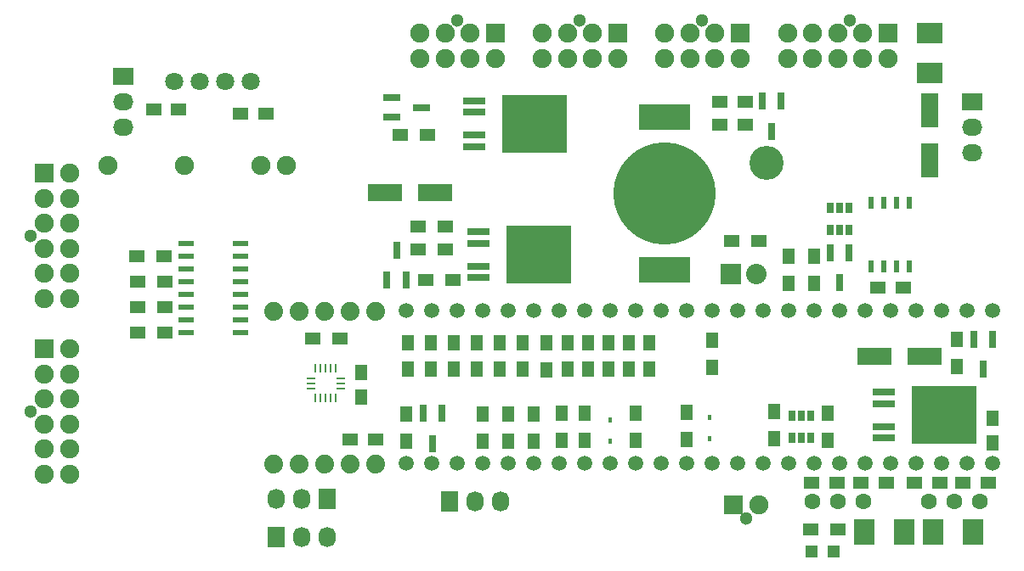
<source format=gbs>
G04 #@! TF.FileFunction,Soldermask,Bot*
%FSLAX46Y46*%
G04 Gerber Fmt 4.6, Leading zero omitted, Abs format (unit mm)*
G04 Created by KiCad (PCBNEW 4.0.6) date 06/03/17 00:39:33*
%MOMM*%
%LPD*%
G01*
G04 APERTURE LIST*
%ADD10C,0.100000*%
%ADD11C,1.800000*%
%ADD12C,3.401060*%
%ADD13O,2.032000X2.032000*%
%ADD14R,2.032000X2.032000*%
%ADD15R,5.080000X2.540000*%
%ADD16C,10.200000*%
%ADD17R,1.800860X3.500120*%
%ADD18C,1.500000*%
%ADD19C,1.600000*%
%ADD20R,1.250000X1.500000*%
%ADD21R,1.500000X1.250000*%
%ADD22R,0.450000X0.590000*%
%ADD23R,2.500000X2.000000*%
%ADD24R,2.000000X2.500000*%
%ADD25O,1.727200X2.032000*%
%ADD26R,1.727200X2.032000*%
%ADD27O,2.032000X1.727200*%
%ADD28R,2.032000X1.727200*%
%ADD29R,1.800860X0.800100*%
%ADD30R,0.800100X1.800860*%
%ADD31R,1.300000X1.500000*%
%ADD32R,1.500000X1.300000*%
%ADD33R,2.200000X0.800000*%
%ADD34R,6.400000X5.800000*%
%ADD35R,0.850000X0.250000*%
%ADD36R,0.250000X0.850000*%
%ADD37C,1.879600*%
%ADD38R,0.650000X1.060000*%
%ADD39R,0.508000X1.143000*%
%ADD40R,1.498600X0.599440*%
%ADD41C,1.900000*%
%ADD42R,3.500120X1.800860*%
%ADD43R,1.900000X1.900000*%
%ADD44C,1.300000*%
%ADD45R,1.200000X1.200000*%
G04 APERTURE END LIST*
D10*
D11*
X55689500Y-81280000D03*
X58229500Y-81280000D03*
X60769500Y-81280000D03*
X63309500Y-81280000D03*
D12*
X114627660Y-89357200D03*
D13*
X113665000Y-100457000D03*
D14*
X111125000Y-100457000D03*
D15*
X104521000Y-100076000D03*
X104521000Y-84836000D03*
D16*
X104521000Y-92456000D03*
D17*
X130937000Y-84114640D03*
X130937000Y-89113360D03*
D18*
X78740000Y-104140000D03*
X78740000Y-119380000D03*
X81280000Y-104140000D03*
X81280000Y-119380000D03*
X83820000Y-104140000D03*
X83820000Y-119380000D03*
X86360000Y-104140000D03*
X86360000Y-119380000D03*
X88900000Y-104140000D03*
X88900000Y-119380000D03*
X91440000Y-104140000D03*
X91440000Y-119380000D03*
X93980000Y-104140000D03*
X93980000Y-119380000D03*
X96520000Y-104140000D03*
X96520000Y-119380000D03*
X99060000Y-104140000D03*
X99060000Y-119380000D03*
X101600000Y-104140000D03*
X101600000Y-119380000D03*
X104140000Y-104140000D03*
X104140000Y-119380000D03*
X106680000Y-104140000D03*
X106680000Y-119380000D03*
X109220000Y-104140000D03*
X109220000Y-119380000D03*
X111760000Y-104140000D03*
X111760000Y-119380000D03*
X114300000Y-104140000D03*
X114300000Y-119380000D03*
X116840000Y-104140000D03*
X116840000Y-119380000D03*
X119380000Y-104140000D03*
X119380000Y-119380000D03*
X121920000Y-104140000D03*
X121920000Y-119380000D03*
X124460000Y-104140000D03*
X124460000Y-119380000D03*
X127000000Y-104140000D03*
X127000000Y-119380000D03*
X129540000Y-104140000D03*
X129540000Y-119380000D03*
X132080000Y-104140000D03*
X132080000Y-119380000D03*
X134620000Y-104140000D03*
X134620000Y-119380000D03*
X137160000Y-104140000D03*
X137160000Y-119380000D03*
D19*
X130810000Y-123190000D03*
X133350000Y-123190000D03*
X135890000Y-123190000D03*
D20*
X74295000Y-112756000D03*
X74295000Y-110256000D03*
D21*
X75672000Y-116967000D03*
X73172000Y-116967000D03*
D20*
X137160000Y-117328000D03*
X137160000Y-114828000D03*
D21*
X134259000Y-121285000D03*
X136759000Y-121285000D03*
X131933000Y-121285000D03*
X129433000Y-121285000D03*
X112502000Y-83312000D03*
X110002000Y-83312000D03*
X112502000Y-85598000D03*
X110002000Y-85598000D03*
X128250000Y-101854000D03*
X125750000Y-101854000D03*
X64750000Y-84455000D03*
X62250000Y-84455000D03*
X56094000Y-84074000D03*
X53594000Y-84074000D03*
D22*
X99060000Y-115023000D03*
X99060000Y-117133000D03*
X108966000Y-114769000D03*
X108966000Y-116879000D03*
D23*
X130937000Y-76422500D03*
X130937000Y-80422500D03*
D24*
X131223000Y-126238000D03*
X135223000Y-126238000D03*
D25*
X70866000Y-126682500D03*
X68326000Y-126682500D03*
D26*
X65786000Y-126682500D03*
D25*
X65786000Y-122936000D03*
X68326000Y-122936000D03*
D26*
X70866000Y-122936000D03*
D25*
X88138000Y-123190000D03*
X85598000Y-123190000D03*
D26*
X83058000Y-123190000D03*
D27*
X135128000Y-88392000D03*
X135128000Y-85852000D03*
D28*
X135128000Y-83312000D03*
D27*
X50546000Y-85852000D03*
X50546000Y-83312000D03*
D28*
X50546000Y-80772000D03*
D29*
X80319880Y-83835200D03*
X77317600Y-82885200D03*
X77317600Y-84785200D03*
D30*
X77790000Y-98066860D03*
X76840000Y-101069140D03*
X78740000Y-101069140D03*
X115189000Y-86210140D03*
X116139000Y-83207860D03*
X114239000Y-83207860D03*
X81404500Y-117365780D03*
X82354500Y-114363500D03*
X80454500Y-114363500D03*
D31*
X86360000Y-114474000D03*
X86360000Y-117174000D03*
D32*
X78202800Y-86614000D03*
X80902800Y-86614000D03*
X83392000Y-101092000D03*
X80692000Y-101092000D03*
X79930000Y-98044000D03*
X82630000Y-98044000D03*
D31*
X101600000Y-114394000D03*
X101600000Y-117094000D03*
D32*
X79930000Y-95758000D03*
X82630000Y-95758000D03*
D31*
X81250104Y-109990202D03*
X81250104Y-107290202D03*
X88108104Y-109990202D03*
X88108104Y-107290202D03*
X78964104Y-109990202D03*
X78964104Y-107290202D03*
X83536104Y-109990202D03*
X83536104Y-107290202D03*
X85822104Y-109990202D03*
X85822104Y-107290202D03*
X90394104Y-109990202D03*
X90394104Y-107290202D03*
X94859116Y-109990202D03*
X94859116Y-107290202D03*
X100955116Y-109990202D03*
X100955116Y-107290202D03*
X92710000Y-110015000D03*
X92710000Y-107315000D03*
X96891116Y-109990202D03*
X96891116Y-107290202D03*
X98923116Y-109990202D03*
X98923116Y-107290202D03*
X102987116Y-109990202D03*
X102987116Y-107290202D03*
X94234000Y-117047000D03*
X94234000Y-114347000D03*
X96520000Y-114347000D03*
X96520000Y-117047000D03*
D32*
X69469000Y-106934000D03*
X72169000Y-106934000D03*
D31*
X120777000Y-114347000D03*
X120777000Y-117047000D03*
X115443000Y-114220000D03*
X115443000Y-116920000D03*
X133604000Y-106981000D03*
X133604000Y-109681000D03*
X106680000Y-114267000D03*
X106680000Y-116967000D03*
X109220000Y-109808000D03*
X109220000Y-107108000D03*
D32*
X113872000Y-97155000D03*
X111172000Y-97155000D03*
D31*
X91440000Y-117174000D03*
X91440000Y-114474000D03*
X88900000Y-117174000D03*
X88900000Y-114474000D03*
X78740000Y-114474000D03*
X78740000Y-117174000D03*
D32*
X51990000Y-106299000D03*
X54690000Y-106299000D03*
X51990000Y-103759000D03*
X54690000Y-103759000D03*
X51990000Y-101219000D03*
X54690000Y-101219000D03*
X51910000Y-98679000D03*
X54610000Y-98679000D03*
D33*
X85567000Y-84331000D03*
X85567000Y-86611000D03*
X85567000Y-83191000D03*
D34*
X91567000Y-85471000D03*
D33*
X85567000Y-87751000D03*
X85948000Y-97412000D03*
X85948000Y-99692000D03*
X85948000Y-96272000D03*
D34*
X91948000Y-98552000D03*
D33*
X85948000Y-100832000D03*
D35*
X72214000Y-111879000D03*
X72214000Y-111379000D03*
X72214000Y-110879000D03*
D36*
X71739000Y-109904000D03*
X71239000Y-109904000D03*
X70739000Y-109904000D03*
X70239000Y-109904000D03*
X69739000Y-109904000D03*
D35*
X69264000Y-110879000D03*
X69264000Y-111379000D03*
X69264000Y-111879000D03*
D36*
X69739000Y-112854000D03*
X70239000Y-112854000D03*
X70739000Y-112854000D03*
X71239000Y-112854000D03*
X71739000Y-112854000D03*
D37*
X65551642Y-104203230D03*
X68091642Y-104203230D03*
X70631642Y-104203230D03*
X73171642Y-104203230D03*
X75711642Y-104203230D03*
X65551642Y-119443230D03*
X68091642Y-119443230D03*
X70631642Y-119443230D03*
X73171642Y-119443230D03*
X75711642Y-119443230D03*
D38*
X118110000Y-114597000D03*
X119060000Y-114597000D03*
X117160000Y-114597000D03*
X117160000Y-116797000D03*
X118110000Y-116797000D03*
X119060000Y-116797000D03*
D30*
X136271000Y-109959140D03*
X137221000Y-106956860D03*
X135321000Y-106956860D03*
D33*
X126334000Y-113414000D03*
X126334000Y-115694000D03*
X126334000Y-112274000D03*
D34*
X132334000Y-114554000D03*
D33*
X126334000Y-116834000D03*
D38*
X121920000Y-93896000D03*
X122870000Y-93896000D03*
X120970000Y-93896000D03*
X120970000Y-96096000D03*
X121920000Y-96096000D03*
X122870000Y-96096000D03*
D39*
X128905000Y-99695000D03*
X127635000Y-99695000D03*
X126365000Y-99695000D03*
X125095000Y-99695000D03*
X125095000Y-93345000D03*
X126365000Y-93345000D03*
X127635000Y-93345000D03*
X128905000Y-93345000D03*
D40*
X62230000Y-106299000D03*
X62230000Y-105029000D03*
X62230000Y-103759000D03*
X62230000Y-102489000D03*
X62230000Y-101224080D03*
X62230000Y-99954080D03*
X62230000Y-98684080D03*
X62230000Y-97414080D03*
X56835040Y-97414080D03*
X56835040Y-98684080D03*
X56835040Y-99954080D03*
X56835040Y-101224080D03*
X56835040Y-102489000D03*
X56835040Y-103759000D03*
X56835040Y-105029000D03*
X56835040Y-106299000D03*
D41*
X56705500Y-89598500D03*
X49085500Y-89598500D03*
X64325500Y-89598500D03*
X66865500Y-89598500D03*
D42*
X125430280Y-108712000D03*
X130429000Y-108712000D03*
X76621640Y-92329000D03*
X81620360Y-92329000D03*
D30*
X121920000Y-101323140D03*
X122870000Y-98320860D03*
X120970000Y-98320860D03*
D31*
X119380000Y-98726000D03*
X119380000Y-101426000D03*
X116840000Y-101426000D03*
X116840000Y-98726000D03*
D21*
X126599000Y-121285000D03*
X124099000Y-121285000D03*
X121646000Y-121285000D03*
X119146000Y-121285000D03*
D24*
X124365000Y-126238000D03*
X128365000Y-126238000D03*
D32*
X121746000Y-125984000D03*
X119046000Y-125984000D03*
D19*
X119253000Y-123190000D03*
X121793000Y-123190000D03*
X124333000Y-123190000D03*
D43*
X87630000Y-76454000D03*
D41*
X85130000Y-76454000D03*
X82630000Y-76454000D03*
X80130000Y-76454000D03*
X87630000Y-78954000D03*
X85130000Y-78954000D03*
X82630000Y-78954000D03*
X80130000Y-78954000D03*
D44*
X83880000Y-75114000D03*
D43*
X99822000Y-76454000D03*
D41*
X97322000Y-76454000D03*
X94822000Y-76454000D03*
X92322000Y-76454000D03*
X99822000Y-78954000D03*
X97322000Y-78954000D03*
X94822000Y-78954000D03*
X92322000Y-78954000D03*
D44*
X96072000Y-75114000D03*
D43*
X112014000Y-76454000D03*
D41*
X109514000Y-76454000D03*
X107014000Y-76454000D03*
X104514000Y-76454000D03*
X112014000Y-78954000D03*
X109514000Y-78954000D03*
X107014000Y-78954000D03*
X104514000Y-78954000D03*
D44*
X108264000Y-75114000D03*
D45*
X121369000Y-128143000D03*
X119169000Y-128143000D03*
D43*
X126746000Y-76454000D03*
D41*
X124246000Y-76454000D03*
X121746000Y-76454000D03*
X119246000Y-76454000D03*
X116746000Y-76454000D03*
X126746000Y-78954000D03*
X124246000Y-78954000D03*
X121746000Y-78954000D03*
X119246000Y-78954000D03*
X116746000Y-78954000D03*
D44*
X122996000Y-75114000D03*
D43*
X111399000Y-123501000D03*
D41*
X113899000Y-123501000D03*
D44*
X112649000Y-124841000D03*
D43*
X42712000Y-107950000D03*
D41*
X42712000Y-110450000D03*
X42712000Y-112950000D03*
X42712000Y-115450000D03*
X42712000Y-117950000D03*
X42712000Y-120450000D03*
X45212000Y-107950000D03*
X45212000Y-110450000D03*
X45212000Y-112950000D03*
X45212000Y-115450000D03*
X45212000Y-117950000D03*
X45212000Y-120450000D03*
D44*
X41372000Y-114200000D03*
D43*
X42712000Y-90424000D03*
D41*
X42712000Y-92924000D03*
X42712000Y-95424000D03*
X42712000Y-97924000D03*
X42712000Y-100424000D03*
X42712000Y-102924000D03*
X45212000Y-90424000D03*
X45212000Y-92924000D03*
X45212000Y-95424000D03*
X45212000Y-97924000D03*
X45212000Y-100424000D03*
X45212000Y-102924000D03*
D44*
X41372000Y-96674000D03*
M02*

</source>
